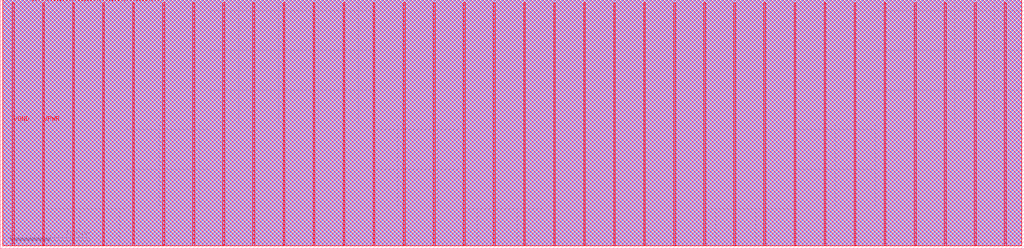
<source format=lef>
VERSION 5.8 ;
BUSBITCHARS "[]" ;
DIVIDERCHAR "/" ;
UNITS
    DATABASE MICRONS 1000 ;
END UNITS

VIA tt_um_froith_goldcrest_via1_2_2200_440_1_5_410_410
  VIARULE via1Array ;
  CUTSIZE 0.19 0.19 ;
  LAYERS Metal1 Via1 Metal2 ;
  CUTSPACING 0.22 0.22 ;
  ENCLOSURE 0.01 0.125 0.05 0.005 ;
  ROWCOL 1 5 ;
END tt_um_froith_goldcrest_via1_2_2200_440_1_5_410_410

VIA tt_um_froith_goldcrest_via2_3_2200_440_1_5_410_410
  VIARULE via2Array ;
  CUTSIZE 0.19 0.19 ;
  LAYERS Metal2 Via2 Metal3 ;
  CUTSPACING 0.22 0.22 ;
  ENCLOSURE 0.05 0.005 0.005 0.05 ;
  ROWCOL 1 5 ;
END tt_um_froith_goldcrest_via2_3_2200_440_1_5_410_410

VIA tt_um_froith_goldcrest_via3_4_2200_440_1_5_410_410
  VIARULE via3Array ;
  CUTSIZE 0.19 0.19 ;
  LAYERS Metal3 Via3 Metal4 ;
  CUTSPACING 0.22 0.22 ;
  ENCLOSURE 0.005 0.05 0.05 0.005 ;
  ROWCOL 1 5 ;
END tt_um_froith_goldcrest_via3_4_2200_440_1_5_410_410

VIA tt_um_froith_goldcrest_via4_5_2200_440_1_5_410_410
  VIARULE via4Array ;
  CUTSIZE 0.19 0.19 ;
  LAYERS Metal4 Via4 Metal5 ;
  CUTSPACING 0.22 0.22 ;
  ENCLOSURE 0.05 0.005 0.185 0.05 ;
  ROWCOL 1 5 ;
END tt_um_froith_goldcrest_via4_5_2200_440_1_5_410_410

MACRO tt_um_froith_goldcrest
  FOREIGN tt_um_froith_goldcrest 0 0 ;
  CLASS BLOCK ;
  SIZE 1287.36 BY 313.74 ;
  PIN clk
    DIRECTION INPUT ;
    USE SIGNAL ;
    PORT
      LAYER Metal5 ;
        RECT  198.57 312.74 198.87 313.74 ;
    END
  END clk
  PIN ena
    DIRECTION INPUT ;
    USE SIGNAL ;
    PORT
      LAYER Metal5 ;
        RECT  202.41 312.74 202.71 313.74 ;
    END
  END ena
  PIN rst_n
    DIRECTION INPUT ;
    USE SIGNAL ;
    PORT
      LAYER Metal5 ;
        RECT  194.73 312.74 195.03 313.74 ;
    END
  END rst_n
  PIN ui_in[0]
    DIRECTION INPUT ;
    USE SIGNAL ;
    PORT
      LAYER Metal5 ;
        RECT  190.89 312.74 191.19 313.74 ;
    END
  END ui_in[0]
  PIN ui_in[1]
    DIRECTION INPUT ;
    USE SIGNAL ;
    PORT
      LAYER Metal5 ;
        RECT  187.05 312.74 187.35 313.74 ;
    END
  END ui_in[1]
  PIN ui_in[2]
    DIRECTION INPUT ;
    USE SIGNAL ;
    PORT
      LAYER Metal5 ;
        RECT  183.21 312.74 183.51 313.74 ;
    END
  END ui_in[2]
  PIN ui_in[3]
    DIRECTION INPUT ;
    USE SIGNAL ;
    PORT
      LAYER Metal5 ;
        RECT  179.37 312.74 179.67 313.74 ;
    END
  END ui_in[3]
  PIN ui_in[4]
    DIRECTION INPUT ;
    USE SIGNAL ;
    PORT
      LAYER Metal5 ;
        RECT  175.53 312.74 175.83 313.74 ;
    END
  END ui_in[4]
  PIN ui_in[5]
    DIRECTION INPUT ;
    USE SIGNAL ;
    PORT
      LAYER Metal5 ;
        RECT  171.69 312.74 171.99 313.74 ;
    END
  END ui_in[5]
  PIN ui_in[6]
    DIRECTION INPUT ;
    USE SIGNAL ;
    PORT
      LAYER Metal5 ;
        RECT  167.85 312.74 168.15 313.74 ;
    END
  END ui_in[6]
  PIN ui_in[7]
    DIRECTION INPUT ;
    USE SIGNAL ;
    PORT
      LAYER Metal5 ;
        RECT  164.01 312.74 164.31 313.74 ;
    END
  END ui_in[7]
  PIN uio_in[0]
    DIRECTION INPUT ;
    USE SIGNAL ;
    PORT
      LAYER Metal5 ;
        RECT  160.17 312.74 160.47 313.74 ;
    END
  END uio_in[0]
  PIN uio_in[1]
    DIRECTION INPUT ;
    USE SIGNAL ;
    PORT
      LAYER Metal5 ;
        RECT  156.33 312.74 156.63 313.74 ;
    END
  END uio_in[1]
  PIN uio_in[2]
    DIRECTION INPUT ;
    USE SIGNAL ;
    PORT
      LAYER Metal5 ;
        RECT  152.49 312.74 152.79 313.74 ;
    END
  END uio_in[2]
  PIN uio_in[3]
    DIRECTION INPUT ;
    USE SIGNAL ;
    PORT
      LAYER Metal5 ;
        RECT  148.65 312.74 148.95 313.74 ;
    END
  END uio_in[3]
  PIN uio_in[4]
    DIRECTION INPUT ;
    USE SIGNAL ;
    PORT
      LAYER Metal5 ;
        RECT  144.81 312.74 145.11 313.74 ;
    END
  END uio_in[4]
  PIN uio_in[5]
    DIRECTION INPUT ;
    USE SIGNAL ;
    PORT
      LAYER Metal5 ;
        RECT  140.97 312.74 141.27 313.74 ;
    END
  END uio_in[5]
  PIN uio_in[6]
    DIRECTION INPUT ;
    USE SIGNAL ;
    PORT
      LAYER Metal5 ;
        RECT  137.13 312.74 137.43 313.74 ;
    END
  END uio_in[6]
  PIN uio_in[7]
    DIRECTION INPUT ;
    USE SIGNAL ;
    PORT
      LAYER Metal5 ;
        RECT  133.29 312.74 133.59 313.74 ;
    END
  END uio_in[7]
  PIN uio_oe[0]
    DIRECTION OUTPUT ;
    USE SIGNAL ;
    PORT
      LAYER Metal5 ;
        RECT  68.01 312.74 68.31 313.74 ;
    END
  END uio_oe[0]
  PIN uio_oe[1]
    DIRECTION OUTPUT ;
    USE SIGNAL ;
    PORT
      LAYER Metal5 ;
        RECT  64.17 312.74 64.47 313.74 ;
    END
  END uio_oe[1]
  PIN uio_oe[2]
    DIRECTION OUTPUT ;
    USE SIGNAL ;
    PORT
      LAYER Metal5 ;
        RECT  60.33 312.74 60.63 313.74 ;
    END
  END uio_oe[2]
  PIN uio_oe[3]
    DIRECTION OUTPUT ;
    USE SIGNAL ;
    PORT
      LAYER Metal5 ;
        RECT  56.49 312.74 56.79 313.74 ;
    END
  END uio_oe[3]
  PIN uio_oe[4]
    DIRECTION OUTPUT ;
    USE SIGNAL ;
    PORT
      LAYER Metal5 ;
        RECT  52.65 312.74 52.95 313.74 ;
    END
  END uio_oe[4]
  PIN uio_oe[5]
    DIRECTION OUTPUT ;
    USE SIGNAL ;
    PORT
      LAYER Metal5 ;
        RECT  48.81 312.74 49.11 313.74 ;
    END
  END uio_oe[5]
  PIN uio_oe[6]
    DIRECTION OUTPUT ;
    USE SIGNAL ;
    PORT
      LAYER Metal5 ;
        RECT  44.97 312.74 45.27 313.74 ;
    END
  END uio_oe[6]
  PIN uio_oe[7]
    DIRECTION OUTPUT ;
    USE SIGNAL ;
    PORT
      LAYER Metal5 ;
        RECT  41.13 312.74 41.43 313.74 ;
    END
  END uio_oe[7]
  PIN uio_out[0]
    DIRECTION OUTPUT ;
    USE SIGNAL ;
    PORT
      LAYER Metal5 ;
        RECT  98.73 312.74 99.03 313.74 ;
    END
  END uio_out[0]
  PIN uio_out[1]
    DIRECTION OUTPUT ;
    USE SIGNAL ;
    PORT
      LAYER Metal5 ;
        RECT  94.89 312.74 95.19 313.74 ;
    END
  END uio_out[1]
  PIN uio_out[2]
    DIRECTION OUTPUT ;
    USE SIGNAL ;
    PORT
      LAYER Metal5 ;
        RECT  91.05 312.74 91.35 313.74 ;
    END
  END uio_out[2]
  PIN uio_out[3]
    DIRECTION OUTPUT ;
    USE SIGNAL ;
    PORT
      LAYER Metal5 ;
        RECT  87.21 312.74 87.51 313.74 ;
    END
  END uio_out[3]
  PIN uio_out[4]
    DIRECTION OUTPUT ;
    USE SIGNAL ;
    PORT
      LAYER Metal5 ;
        RECT  83.37 312.74 83.67 313.74 ;
    END
  END uio_out[4]
  PIN uio_out[5]
    DIRECTION OUTPUT ;
    USE SIGNAL ;
    PORT
      LAYER Metal5 ;
        RECT  79.53 312.74 79.83 313.74 ;
    END
  END uio_out[5]
  PIN uio_out[6]
    DIRECTION OUTPUT ;
    USE SIGNAL ;
    PORT
      LAYER Metal5 ;
        RECT  75.69 312.74 75.99 313.74 ;
    END
  END uio_out[6]
  PIN uio_out[7]
    DIRECTION OUTPUT ;
    USE SIGNAL ;
    PORT
      LAYER Metal5 ;
        RECT  71.85 312.74 72.15 313.74 ;
    END
  END uio_out[7]
  PIN uo_out[0]
    DIRECTION OUTPUT ;
    USE SIGNAL ;
    PORT
      LAYER Metal5 ;
        RECT  129.45 312.74 129.75 313.74 ;
    END
  END uo_out[0]
  PIN uo_out[1]
    DIRECTION OUTPUT ;
    USE SIGNAL ;
    PORT
      LAYER Metal5 ;
        RECT  125.61 312.74 125.91 313.74 ;
    END
  END uo_out[1]
  PIN uo_out[2]
    DIRECTION OUTPUT ;
    USE SIGNAL ;
    PORT
      LAYER Metal5 ;
        RECT  121.77 312.74 122.07 313.74 ;
    END
  END uo_out[2]
  PIN uo_out[3]
    DIRECTION OUTPUT ;
    USE SIGNAL ;
    PORT
      LAYER Metal5 ;
        RECT  117.93 312.74 118.23 313.74 ;
    END
  END uo_out[3]
  PIN uo_out[4]
    DIRECTION OUTPUT ;
    USE SIGNAL ;
    PORT
      LAYER Metal5 ;
        RECT  114.09 312.74 114.39 313.74 ;
    END
  END uo_out[4]
  PIN uo_out[5]
    DIRECTION OUTPUT ;
    USE SIGNAL ;
    PORT
      LAYER Metal5 ;
        RECT  110.25 312.74 110.55 313.74 ;
    END
  END uo_out[5]
  PIN uo_out[6]
    DIRECTION OUTPUT ;
    USE SIGNAL ;
    PORT
      LAYER Metal5 ;
        RECT  106.41 312.74 106.71 313.74 ;
    END
  END uo_out[6]
  PIN uo_out[7]
    DIRECTION OUTPUT ;
    USE SIGNAL ;
    PORT
      LAYER Metal5 ;
        RECT  102.57 312.74 102.87 313.74 ;
    END
  END uo_out[7]
  PIN VGND
    DIRECTION INOUT ;
    USE GROUND ;
    PORT
      LAYER Metal5 ;
        RECT  1224.98 3.56 1227.18 310.18 ;
        RECT  1149.38 3.56 1151.58 310.18 ;
        RECT  1073.78 3.56 1075.98 310.18 ;
        RECT  998.18 3.56 1000.38 310.18 ;
        RECT  922.58 3.56 924.78 310.18 ;
        RECT  846.98 3.56 849.18 310.18 ;
        RECT  771.38 3.56 773.58 310.18 ;
        RECT  695.78 3.56 697.98 310.18 ;
        RECT  620.18 3.56 622.38 310.18 ;
        RECT  544.58 3.56 546.78 310.18 ;
        RECT  468.98 3.56 471.18 310.18 ;
        RECT  393.38 3.56 395.58 310.18 ;
        RECT  317.78 3.56 319.98 310.18 ;
        RECT  242.18 3.56 244.38 310.18 ;
        RECT  166.58 3.56 168.78 310.18 ;
        RECT  90.98 3.56 93.18 310.18 ;
        RECT  15.38 3.56 17.58 310.18 ;
    END
  END VGND
  PIN VPWR
    DIRECTION INOUT ;
    USE POWER ;
    PORT
      LAYER Metal5 ;
        RECT  1262.78 3.56 1264.98 310.18 ;
        RECT  1187.18 3.56 1189.38 310.18 ;
        RECT  1111.58 3.56 1113.78 310.18 ;
        RECT  1035.98 3.56 1038.18 310.18 ;
        RECT  960.38 3.56 962.58 310.18 ;
        RECT  884.78 3.56 886.98 310.18 ;
        RECT  809.18 3.56 811.38 310.18 ;
        RECT  733.58 3.56 735.78 310.18 ;
        RECT  657.98 3.56 660.18 310.18 ;
        RECT  582.38 3.56 584.58 310.18 ;
        RECT  506.78 3.56 508.98 310.18 ;
        RECT  431.18 3.56 433.38 310.18 ;
        RECT  355.58 3.56 357.78 310.18 ;
        RECT  279.98 3.56 282.18 310.18 ;
        RECT  204.38 3.56 206.58 310.18 ;
        RECT  128.78 3.56 130.98 310.18 ;
        RECT  53.18 3.56 55.38 310.18 ;
    END
  END VPWR
  OBS
    LAYER Metal1 ;
     RECT  2.88 3.56 1284.48 313.74 ;
    LAYER Metal2 ;
     RECT  2.88 3.56 1284.48 313.74 ;
    LAYER Metal3 ;
     RECT  2.88 3.56 1284.48 313.74 ;
    LAYER Metal4 ;
     RECT  2.88 3.56 1284.48 313.74 ;
    LAYER Metal5 ;
     RECT  2.88 3.56 1284.48 313.74 ;
  END
END tt_um_froith_goldcrest
END LIBRARY

</source>
